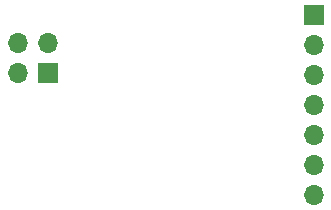
<source format=gbs>
%TF.GenerationSoftware,KiCad,Pcbnew,8.0.3*%
%TF.CreationDate,2024-06-23T18:20:20+02:00*%
%TF.ProjectId,PCF2131-breakout,50434632-3133-4312-9d62-7265616b6f75,rev?*%
%TF.SameCoordinates,Original*%
%TF.FileFunction,Soldermask,Bot*%
%TF.FilePolarity,Negative*%
%FSLAX46Y46*%
G04 Gerber Fmt 4.6, Leading zero omitted, Abs format (unit mm)*
G04 Created by KiCad (PCBNEW 8.0.3) date 2024-06-23 18:20:20*
%MOMM*%
%LPD*%
G01*
G04 APERTURE LIST*
%ADD10R,1.700000X1.700000*%
%ADD11O,1.700000X1.700000*%
G04 APERTURE END LIST*
D10*
%TO.C,J2*%
X126437776Y-64859577D03*
D11*
X126437776Y-67399577D03*
X126437776Y-69939577D03*
X126437776Y-72479577D03*
X126437776Y-75019577D03*
X126437776Y-77559577D03*
X126437776Y-80099577D03*
%TD*%
D10*
%TO.C,J1*%
X103940000Y-69740000D03*
D11*
X101400000Y-69740000D03*
X103940000Y-67200000D03*
X101400000Y-67200000D03*
%TD*%
M02*

</source>
